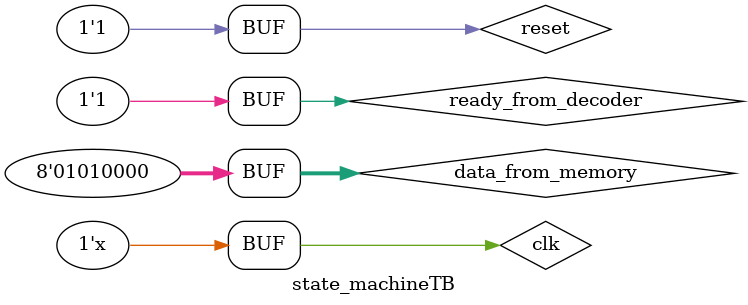
<source format=v>
module state_machineTB;

	parameter byte = 8;
	parameter width_in = 1 * byte;
	parameter width_out = 2 * byte;
	parameter memory_size = 8;

	reg clk;
	reg reset;
	reg ready_from_decoder;
	wire start_for_decoder;
	reg [width_in - 1:0] data_from_memory;
	wire [width_out - 1:0] data_for_decoder;
	
	wire [memory_size:0] memory_pointer;
	wire [1:0] state;
	wire [1:0] next_state;
	wire [width_out - 1:0] data;
	wire read_opcode;
	wire send;
	
	state_machine TB(
		.clk(clk), 
		.reset(reset), 
		.ready_from_decoder(ready_from_decoder), 
		.start_for_decoder(start_for_decoder), 
		.data_from_memory(data_from_memory), 
		.data_for_decoder(data_for_decoder),
		
		
		
		.memory_pointer(memory_pointer),
		.state(state),
		.next_state(next_state),
		.data(data),
		.read_opcode(read_opcode),
		.send(send)
	);
	
	initial clk = 0;
	always #5 clk = !clk;
	
	initial reset = 0;
	
	initial
	begin
	
		#10 reset = 1; ready_from_decoder = 1; data_from_memory = 8'b00000011; //iconst_0
		
		#15 data_from_memory = 8'b00000100; //iconst_1
		
		#15 ready_from_decoder = 0; data_from_memory = 8'b01101111; //ddiv
		
		#5 ready_from_decoder = 1;
		
		#15 data_from_memory = 8'b10010001; //i2b
		
		#5 reset = 0;
		
		#15 reset = 1; data_from_memory = 8'b01010000; //lastore		
		
	end
	
endmodule
</source>
